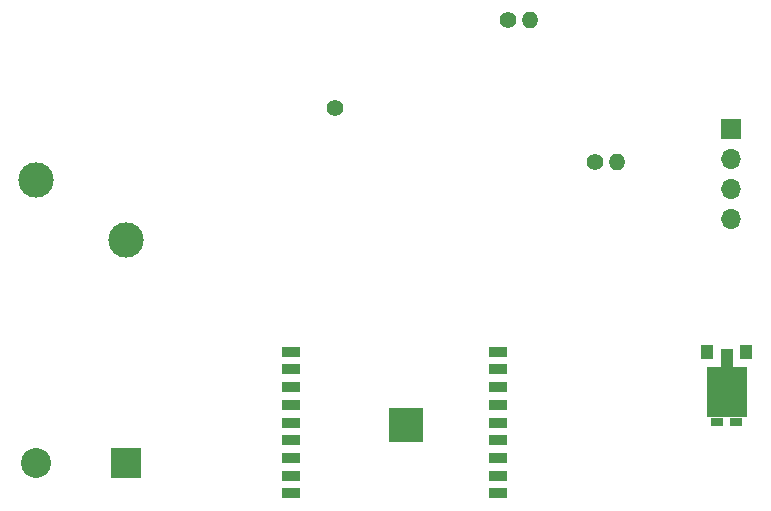
<source format=gbr>
%TF.GenerationSoftware,KiCad,Pcbnew,9.0.0*%
%TF.CreationDate,2025-04-09T12:13:31+05:30*%
%TF.ProjectId,iot-waterpump,696f742d-7761-4746-9572-70756d702e6b,rev?*%
%TF.SameCoordinates,Original*%
%TF.FileFunction,Soldermask,Top*%
%TF.FilePolarity,Negative*%
%FSLAX46Y46*%
G04 Gerber Fmt 4.6, Leading zero omitted, Abs format (unit mm)*
G04 Created by KiCad (PCBNEW 9.0.0) date 2025-04-09 12:13:31*
%MOMM*%
%LPD*%
G01*
G04 APERTURE LIST*
%ADD10O,1.700000X1.700000*%
%ADD11R,1.700000X1.700000*%
%ADD12O,1.400000X1.400000*%
%ADD13C,1.400000*%
%ADD14R,1.000000X0.650000*%
%ADD15R,3.400000X4.300000*%
%ADD16R,1.000000X1.500000*%
%ADD17R,1.100000X1.300000*%
%ADD18C,2.540000*%
%ADD19R,2.540000X2.540000*%
%ADD20C,3.000000*%
%ADD21C,0.600000*%
%ADD22R,2.900000X2.900000*%
%ADD23R,1.500000X0.900000*%
G04 APERTURE END LIST*
D10*
%TO.C,U2*%
X229500000Y-102320000D03*
X229500000Y-99780000D03*
X229500000Y-97240000D03*
D11*
X229500000Y-94700000D03*
%TD*%
D12*
%TO.C,R3*%
X219900000Y-97500000D03*
D13*
X218000000Y-97500000D03*
%TD*%
D12*
%TO.C,R2*%
X212495000Y-85500000D03*
D13*
X210595000Y-85500000D03*
%TD*%
D14*
%TO.C,M1*%
X229950000Y-119520000D03*
D15*
X229150000Y-117045000D03*
D16*
X229150000Y-114145000D03*
D14*
X228350000Y-119520000D03*
D17*
X230800000Y-113645000D03*
X227500000Y-113645000D03*
%TD*%
D18*
%TO.C,K1*%
X170680000Y-123000000D03*
D19*
X178300000Y-123000000D03*
D20*
X170680000Y-99060000D03*
X178300000Y-104100000D03*
%TD*%
D13*
%TO.C,J1*%
X196000000Y-93000000D03*
%TD*%
D21*
%TO.C,U1*%
X203060000Y-120350000D03*
X203060000Y-119250000D03*
X202510000Y-120900000D03*
X202510000Y-119800000D03*
X202510000Y-118700000D03*
X201960000Y-120350000D03*
D22*
X201960000Y-119800000D03*
D21*
X201960000Y-119250000D03*
X201410000Y-120900000D03*
X201410000Y-119800000D03*
X201410000Y-118700000D03*
X200860000Y-120350000D03*
X200860000Y-119250000D03*
D23*
X209750000Y-113600000D03*
X209750000Y-115100000D03*
X209750000Y-116600000D03*
X209750000Y-118100000D03*
X209750000Y-119600000D03*
X209750000Y-121100000D03*
X209750000Y-122600000D03*
X209750000Y-124100000D03*
X209750000Y-125600000D03*
X192250000Y-125600000D03*
X192250000Y-124100000D03*
X192250000Y-122600000D03*
X192250000Y-121100000D03*
X192250000Y-119600000D03*
X192250000Y-118100000D03*
X192250000Y-116600000D03*
X192250000Y-115100000D03*
X192250000Y-113600000D03*
%TD*%
M02*

</source>
